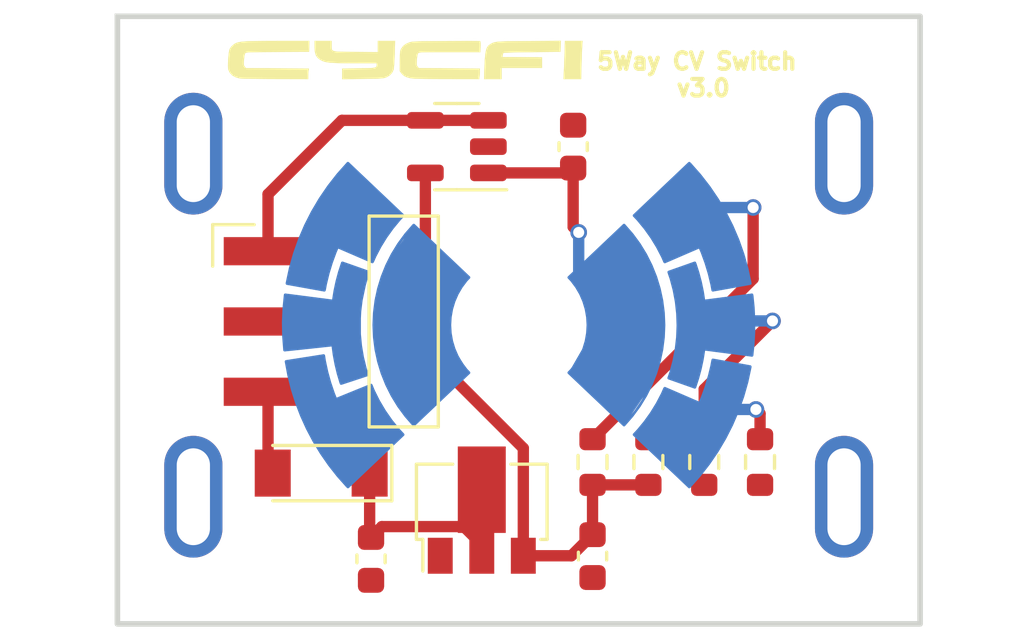
<source format=kicad_pcb>
(kicad_pcb (version 20211014) (generator pcbnew)
  (layers (0 "F.Cu" signal) (31 "B.Cu" signal) (34 "B.Paste" user) (35 "F.Paste" user) (36 "B.SilkS" user "B.Silkscreen") (37 "F.SilkS" user "F.Silkscreen") (38 "B.Mask" user) (39 "F.Mask" user) (44 "Edge.Cuts" user))
  (net 0 "")
  (net 1 "common")
  (net 2 "GND")
  (net 3 "5v")
  (net 4 "V+")
  (net 5 "neck")
  (net 6 "middle")
  (net 7 "bridge")
  (net 8 "Net-(C1-Pad1)")
  (net 9 "OUT")
  (footprint "Package_TO_SOT_SMD:SOT-23-5" (layer "F.Cu") (at 147.5 43.3 180)
    (fp_text reference "U2" hide)
    (fp_text value "opamp_dbv2")
    (fp_line (start 0 -1.56) (end -1.8 -1.56) (layer "F.SilkS") (width 0.12))
    (fp_line (start 0 -1.56) (end 0.8 -1.56) (layer "F.SilkS") (width 0.12))
    (fp_line (start 0 1.56) (end 0.8 1.56) (layer "F.SilkS") (width 0.12))
    (fp_line (start 0 1.56) (end -0.8 1.56) (layer "F.SilkS") (width 0.12))
    (pad "1" smd roundrect (at -1.1375 -0.95 180) (size 1.325 0.6) (layers "F.Cu" "F.Paste" "F.Mask") (net 1 "common"))
    (pad "2" smd roundrect (at -1.1375 0 180) (size 1.325 0.6) (layers "F.Cu" "F.Paste" "F.Mask") (net 2 "GND"))
    (pad "3" smd roundrect (at -1.1375 0.95 180) (size 1.325 0.6) (layers "F.Cu" "F.Paste" "F.Mask") (net 9 "OUT"))
    (pad "4" smd roundrect (at 1.1375 0.95 180) (size 1.325 0.6) (layers "F.Cu" "F.Paste" "F.Mask") (net 9 "OUT"))
    (pad "5" smd roundrect (at 1.1375 -0.95 180) (size 1.325 0.6) (layers "F.Cu" "F.Paste" "F.Mask") (net 3 "5v"))
  )
  (footprint "Resistor_SMD:R_0603_1608Metric" (layer "F.Cu") (at 154.416666 54.7 90)
    (fp_text reference "R1" hide)
    (fp_text value "30k")
    (fp_line (start -0.237258 -0.5225) (end 0.237258 -0.5225) (layer "F.SilkS") (width 0.12))
    (fp_line (start -0.237258 0.5225) (end 0.237258 0.5225) (layer "F.SilkS") (width 0.12))
    (pad "1" smd roundrect (at -0.825 0 90) (size 0.8 0.95) (layers "F.Cu" "F.Paste" "F.Mask") (net 3 "5v"))
    (pad "2" smd roundrect (at 0.825 0 90) (size 0.8 0.95) (layers "F.Cu" "F.Paste" "F.Mask") (net 6 "middle"))
  )
  (footprint "Resistor_SMD:R_0603_1608Metric" (layer "F.Cu") (at 158.45 54.7 -90)
    (fp_text reference "R4" hide)
    (fp_text value "15k")
    (fp_line (start -0.237258 -0.5225) (end 0.237258 -0.5225) (layer "F.SilkS") (width 0.12))
    (fp_line (start -0.237258 0.5225) (end 0.237258 0.5225) (layer "F.SilkS") (width 0.12))
    (pad "1" smd roundrect (at -0.825 0 270) (size 0.8 0.95) (layers "F.Cu" "F.Paste" "F.Mask") (net 7 "bridge"))
    (pad "2" smd roundrect (at 0.825 0 270) (size 0.8 0.95) (layers "F.Cu" "F.Paste" "F.Mask") (net 2 "GND"))
  )
  (footprint "Resistor_SMD:R_0603_1608Metric" (layer "F.Cu") (at 156.433332 54.7 -90)
    (fp_text reference "R2" hide)
    (fp_text value "30k")
    (fp_line (start -0.237258 -0.5225) (end 0.237258 -0.5225) (layer "F.SilkS") (width 0.12))
    (fp_line (start -0.237258 0.5225) (end 0.237258 0.5225) (layer "F.SilkS") (width 0.12))
    (pad "1" smd roundrect (at -0.825 0 270) (size 0.8 0.95) (layers "F.Cu" "F.Paste" "F.Mask") (net 6 "middle"))
    (pad "2" smd roundrect (at 0.825 0 270) (size 0.8 0.95) (layers "F.Cu" "F.Paste" "F.Mask") (net 2 "GND"))
  )
  (footprint "cycfi_library:cycfi-logo-12mm" (layer "F.Cu") (at 145.6 40.2)
    (fp_text reference "G***" hide)
    (fp_text value "LOGO" hide)
    (fp_poly (pts (xy 5.647022 -0.525349) (xy 5.640917 -0.328083) (xy 4.620668 -0.3175) (xy 4.373222 -0.314499) (xy 4.155546 -0.310966) (xy 3.969629 -0.306961) (xy 3.817462 -0.302545) (xy 3.701035 -0.297778) (xy 3.622339 -0.292722) (xy 3.583365 -0.287438) (xy 3.579647 -0.28575) (xy 3.562517 -0.250644) (xy 3.552145 -0.201083) (xy 3.545417 -0.137583) (xy 4.974167 -0.126437) (xy 4.974167 0.254) (xy 3.513667 0.254) (xy 3.513667 0.656167) (xy 2.884029 0.656167) (xy 2.893366 0.365125) (xy 2.901406 0.147314) (xy 2.910825 -0.032472) (xy 2.922507 -0.17854) (xy 2.937334 -0.295194) (xy 2.956186 -0.386742) (xy 2.979947 -0.457489) (xy 3.009498 -0.51174) (xy 3.045721 -0.553801) (xy 3.088463 -0.587291) (xy 3.126564 -0.612116) (xy 3.162878 -0.633239) (xy 3.201054 -0.650986) (xy 3.244737 -0.665683) (xy 3.297576 -0.677656) (xy 3.363218 -0.687231) (xy 3.445308 -0.694733) (xy 3.547496 -0.700487) (xy 3.673428 -0.70482) (xy 3.82675 -0.708057) (xy 4.011111 -0.710524) (xy 4.230158 -0.712546) (xy 4.487537 -0.714449) (xy 4.514606 -0.714639) (xy 5.653128 -0.722613) (xy 5.647022 -0.525349)) (layer "F.SilkS") (width 0.01) (fill solid))
    (fp_poly (pts (xy -3.433497 -0.523875) (xy -3.439583 -0.328083) (xy -4.574176 -0.322609) (xy -4.823285 -0.321327) (xy -5.03347 -0.320001) (xy -5.208141 -0.318508) (xy -5.350708 -0.316723) (xy -5.46458 -0.314524) (xy -5.553168 -0.311786) (xy -5.61988 -0.308387) (xy -5.668126 -0.304202) (xy -5.701317 -0.299108) (xy -5.722861 -0.292981) (xy -5.736168 -0.285698) (xy -5.742025 -0.280276) (xy -5.762828 -0.235783) (xy -5.778991 -0.152616) (xy -5.789938 -0.042333) (xy -5.796037 0.053263) (xy -5.79682 0.116947) (xy -5.791149 0.158934) (xy -5.777888 0.18944) (xy -5.761682 0.211667) (xy -5.718769 0.264584) (xy -4.58194 0.271367) (xy -3.445112 0.278151) (xy -3.45799 0.356034) (xy -3.465768 0.425199) (xy -3.470481 0.50958) (xy -3.4711 0.545042) (xy -3.471333 0.656167) (xy -4.651375 0.653692) (xy -4.874741 0.652897) (xy -5.088305 0.65151) (xy -5.287778 0.649601) (xy -5.46887 0.64724) (xy -5.62729 0.644496) (xy -5.758751 0.641441) (xy -5.858961 0.638144) (xy -5.92363 0.634675) (xy -5.943241 0.632599) (xy -6.091356 0.591407) (xy -6.211051 0.523044) (xy -6.299432 0.429729) (xy -6.352026 0.319085) (xy -6.360918 0.260719) (xy -6.364185 0.172024) (xy -6.362512 0.063127) (xy -6.356581 -0.055848) (xy -6.347076 -0.174775) (xy -6.334681 -0.283528) (xy -6.320079 -0.371982) (xy -6.303955 -0.430012) (xy -6.301019 -0.436303) (xy -6.233427 -0.528814) (xy -6.14091 -0.606798) (xy -6.074602 -0.64263) (xy -6.030154 -0.658778) (xy -5.977749 -0.672584) (xy -5.913992 -0.684218) (xy -5.835494 -0.693851) (xy -5.738861 -0.701656) (xy -5.620701 -0.707802) (xy -5.477623 -0.712462) (xy -5.306233 -0.715807) (xy -5.103142 -0.718008) (xy -4.864955 -0.719235) (xy -4.588281 -0.719661) (xy -4.548507 -0.719666) (xy -3.427411 -0.719666) (xy -3.433497 -0.523875)) (layer "F.SilkS") (width 0.01) (fill solid))
    (fp_poly (pts (xy 6.427196 -0.555625) (xy 6.422937 -0.487314) (xy 6.418036 -0.385011) (xy 6.412818 -0.257049) (xy 6.40761 -0.111758) (xy 6.40274 0.042531) (xy 6.400214 0.132292) (xy 6.38617 0.656167) (xy 5.751894 0.656167) (xy 5.764853 0.407459) (xy 5.769694 0.305374) (xy 5.775268 0.172888) (xy 5.781114 0.021915) (xy 5.786769 -0.135631) (xy 5.791541 -0.280458) (xy 5.805271 -0.719666) (xy 6.440133 -0.719666) (xy 6.427196 -0.555625)) (layer "F.SilkS") (width 0.01) (fill solid))
    (fp_poly (pts (xy -2.624666 -0.564197) (xy -2.625263 -0.506358) (xy -2.624542 -0.458817) (xy -2.618735 -0.420537) (xy -2.604073 -0.390483) (xy -2.57679 -0.367618) (xy -2.533117 -0.350906) (xy -2.469286 -0.339312) (xy -2.381529 -0.331799) (xy -2.266079 -0.32733) (xy -2.119167 -0.324871) (xy -1.937025 -0.323385) (xy -1.744052 -0.322055) (xy -0.9525 -0.316027) (xy -0.9525 -0.719666) (xy -0.332129 -0.719666) (xy -0.347027 -0.248708) (xy -0.352474 -0.105526) (xy -0.359294 0.028892) (xy -0.366963 0.146846) (xy -0.374957 0.24064) (xy -0.382753 0.302574) (xy -0.385404 0.315567) (xy -0.431879 0.418739) (xy -0.512013 0.509534) (xy -0.617327 0.579636) (xy -0.681458 0.605888) (xy -0.717996 0.616114) (xy -0.762052 0.62449) (xy -0.818388 0.631272) (xy -0.891761 0.636716) (xy -0.986931 0.641081) (xy -1.108656 0.644623) (xy -1.261696 0.647598) (xy -1.450809 0.650264) (xy -1.518708 0.651082) (xy -2.243666 0.659555) (xy -2.243666 0.278655) (xy -1.654219 0.271619) (xy -1.469956 0.269181) (xy -1.323652 0.266196) (xy -1.210932 0.261828) (xy -1.127425 0.255241) (xy -1.068755 0.245599) (xy -1.030549 0.232065) (xy -1.008433 0.213805) (xy -0.998034 0.189981) (xy -0.994979 0.159759) (xy -0.994833 0.145575) (xy -0.994833 0.084667) (xy -1.772708 0.084013) (xy -2.015639 0.083284) (xy -2.220426 0.081341) (xy -2.391245 0.077887) (xy -2.532276 0.072621) (xy -2.647698 0.065248) (xy -2.741688 0.055469) (xy -2.818425 0.042985) (xy -2.882087 0.027499) (xy -2.936853 0.008712) (xy -2.959072 -0.000616) (xy -3.065769 -0.058164) (xy -3.143268 -0.126926) (xy -3.195253 -0.213675) (xy -3.22541 -0.325181) (xy -3.237424 -0.468217) (xy -3.238035 -0.513291) (xy -3.2385 -0.719666) (xy -2.624666 -0.719666) (xy -2.624666 -0.564197)) (layer "F.SilkS") (width 0.01) (fill solid))
    (fp_poly (pts (xy 2.458289 -0.717293) (xy 2.579643 -0.716703) (xy 2.669247 -0.715753) (xy 2.723241 -0.714444) (xy 2.738007 -0.713246) (xy 2.750615 -0.688425) (xy 2.756507 -0.625109) (xy 2.755822 -0.521694) (xy 2.755456 -0.510748) (xy 2.748662 -0.3175) (xy 1.642195 -0.3175) (xy 1.396808 -0.317428) (xy 1.190284 -0.317135) (xy 1.019152 -0.316507) (xy 0.879941 -0.315427) (xy 0.76918 -0.31378) (xy 0.6834 -0.311452) (xy 0.619129 -0.308326) (xy 0.572897 -0.304288) (xy 0.541233 -0.299223) (xy 0.520666 -0.293014) (xy 0.507727 -0.285548) (xy 0.501437 -0.279609) (xy 0.480977 -0.238706) (xy 0.465454 -0.164463) (xy 0.454005 -0.052619) (xy 0.453209 -0.041484) (xy 0.447454 0.053968) (xy 0.446959 0.117538) (xy 0.452902 0.15948) (xy 0.466464 0.190049) (xy 0.482335 0.211667) (xy 0.525398 0.264584) (xy 2.7305 0.2782) (xy 2.7305 0.368979) (xy 2.727317 0.450662) (xy 2.719428 0.539093) (xy 2.71704 0.557963) (xy 2.703579 0.656167) (xy 1.526415 0.654484) (xy 1.251761 0.653839) (xy 1.016478 0.652705) (xy 0.817604 0.651012) (xy 0.652178 0.648694) (xy 0.51724 0.645682) (xy 0.409827 0.64191) (xy 0.32698 0.637308) (xy 0.265738 0.63181) (xy 0.223138 0.625347) (xy 0.219468 0.624575) (xy 0.098793 0.592132) (xy 0.009362 0.551688) (xy -0.059866 0.497244) (xy -0.099447 0.451258) (xy -0.15875 0.373305) (xy -0.157507 0.012028) (xy -0.156612 -0.12237) (xy -0.15446 -0.221985) (xy -0.150256 -0.294363) (xy -0.143203 -0.347051) (xy -0.132506 -0.387597) (xy -0.11737 -0.423547) (xy -0.110077 -0.437982) (xy -0.03867 -0.537444) (xy 0.06206 -0.613809) (xy 0.1905 -0.668872) (xy 0.218662 -0.677053) (xy 0.251395 -0.684041) (xy 0.292246 -0.689957) (xy 0.344758 -0.694926) (xy 0.412477 -0.699069) (xy 0.498947 -0.70251) (xy 0.607713 -0.705372) (xy 0.74232 -0.707778) (xy 0.906311 -0.70985) (xy 1.103233 -0.711713) (xy 1.336629 -0.713487) (xy 1.510341 -0.714657) (xy 1.732554 -0.715943) (xy 1.942316 -0.716846) (xy 2.135765 -0.717368) (xy 2.309043 -0.717516) (xy 2.458289 -0.717293)) (layer "F.SilkS") (width 0.01) (fill solid))
  )
  (footprint "Package_TO_SOT_SMD:SOT-89-3" (layer "F.Cu") (at 148.4 56.4375 90)
    (fp_text reference "U1" hide)
    (fp_text value "HT7550-1")
    (fp_line (start 1.66 1.05) (end 1.66 2.36) (layer "F.SilkS") (width 0.12))
    (fp_line (start -2.2 -2.13) (end -1.06 -2.13) (layer "F.SilkS") (width 0.12))
    (fp_line (start -1.06 2.36) (end -1.06 2.13) (layer "F.SilkS") (width 0.12))
    (fp_line (start -1.06 -2.36) (end 1.66 -2.36) (layer "F.SilkS") (width 0.12))
    (fp_line (start -1.06 -2.36) (end -1.06 -2.13) (layer "F.SilkS") (width 0.12))
    (fp_line (start 1.66 2.36) (end -1.06 2.36) (layer "F.SilkS") (width 0.12))
    (fp_line (start 1.66 -2.36) (end 1.66 -1.05) (layer "F.SilkS") (width 0.12))
    (pad "1" smd rect (at -1.65 -1.5 90) (size 1.3 0.9) (layers "F.Cu" "F.Paste" "F.Mask") (net 2 "GND"))
    (pad "2" smd custom (at -1.5625 0 90) (size 1.475 0.9) (layers "F.Cu" "F.Paste" "F.Mask") (net 8 "Net-(C1-Pad1)") (options (clearance outline) (anchor rect)) (primitives (gr_poly (pts (xy 3.8625 0.8665) (xy 0.7375 0.8665) (xy 0.7375 -0.8665) (xy 3.8625 -0.8665)) (width 0) (fill yes))))
    (pad "3" smd rect (at -1.65 1.5 90) (size 1.3 0.9) (layers "F.Cu" "F.Paste" "F.Mask") (net 3 "5v"))
  )
  (footprint "Capacitor_SMD:C_0603_1608Metric" (layer "F.Cu") (at 151.7 43.3 90)
    (fp_text reference "C3" hide)
    (fp_text value "10uF")
    (fp_line (start -0.14058 0.51) (end 0.14058 0.51) (layer "F.SilkS") (width 0.12))
    (fp_line (start -0.14058 -0.51) (end 0.14058 -0.51) (layer "F.SilkS") (width 0.12))
    (pad "1" smd roundrect (at -0.775 0 90) (size 0.9 0.95) (layers "F.Cu" "F.Paste" "F.Mask") (net 1 "common"))
    (pad "2" smd roundrect (at 0.775 0 90) (size 0.9 0.95) (layers "F.Cu" "F.Paste" "F.Mask") (net 2 "GND"))
  )
  (footprint "cycfi_library:cond_hole_rect_1.2x3.5mm" (layer "F.Cu") (at 137.983 43.554)
    (fp_text reference "H3" hide)
    (fp_text value "single_pad" hide)
    (pad "1" thru_hole oval (at 0 0) (size 2.1 4.4) (drill oval 1.2 3.5) (layers *.Cu *.Mask) (net 2 "GND"))
  )
  (footprint "Capacitor_SMD:C_0603_1608Metric" (layer "F.Cu") (at 152.4 58.1 -90)
    (fp_text reference "C2" hide)
    (fp_text value "10uF")
    (fp_line (start -0.14058 -0.51) (end 0.14058 -0.51) (layer "F.SilkS") (width 0.12))
    (fp_line (start -0.14058 0.51) (end 0.14058 0.51) (layer "F.SilkS") (width 0.12))
    (pad "1" smd roundrect (at -0.775 0 270) (size 0.9 0.95) (layers "F.Cu" "F.Paste" "F.Mask") (net 3 "5v"))
    (pad "2" smd roundrect (at 0.775 0 270) (size 0.9 0.95) (layers "F.Cu" "F.Paste" "F.Mask") (net 2 "GND"))
  )
  (footprint "cycfi_library:cond_hole_rect_1.2x3.5mm" (layer "F.Cu") (at 161.483 55.954)
    (fp_text reference "H2" hide)
    (fp_text value "single_pad" hide)
    (pad "1" thru_hole oval (at 0 0) (size 2.1 4.4) (drill oval 1.2 3.5) (layers *.Cu *.Mask) (net 2 "GND"))
  )
  (footprint "Capacitor_SMD:C_0603_1608Metric" (layer "F.Cu") (at 144.4 58.2 -90)
    (fp_text reference "C1" hide)
    (fp_text value "10uF")
    (fp_line (start -0.14058 -0.51) (end 0.14058 -0.51) (layer "F.SilkS") (width 0.12))
    (fp_line (start -0.14058 0.51) (end 0.14058 0.51) (layer "F.SilkS") (width 0.12))
    (pad "1" smd roundrect (at -0.775 0 270) (size 0.9 0.95) (layers "F.Cu" "F.Paste" "F.Mask") (net 8 "Net-(C1-Pad1)"))
    (pad "2" smd roundrect (at 0.775 0 270) (size 0.9 0.95) (layers "F.Cu" "F.Paste" "F.Mask") (net 2 "GND"))
  )
  (footprint "cycfi_library:cond_hole_rect_1.2x3.5mm" (layer "F.Cu") (at 137.983 55.954)
    (fp_text reference "H1" hide)
    (fp_text value "single_pad" hide)
    (pad "1" thru_hole oval (at 0 0) (size 2.1 4.4) (drill oval 1.2 3.5) (layers *.Cu *.Mask) (net 2 "GND"))
  )
  (footprint "cycfi_library:pin_header_1x3p_2.54mm_smd_horizontal" (layer "F.Cu") (at 140.68 47.08)
    (fp_text reference "J1" hide)
    (fp_text value "I/O connector")
    (fp_line (start 6.15 -1.27) (end 6.15 6.35) (layer "F.SilkS") (width 0.12))
    (fp_line (start 3.65 -1.27) (end 6.15 -1.27) (layer "F.SilkS") (width 0.12))
    (fp_line (start 3.65 -1.27) (end 3.65 6.35) (layer "F.SilkS") (width 0.12))
    (fp_line (start -2 0.54) (end -2 -0.96) (layer "F.SilkS") (width 0.12))
    (fp_line (start -2 -0.96) (end -0.5 -0.96) (layer "F.SilkS") (width 0.12))
    (fp_line (start 3.65 6.35) (end 6.15 6.35) (layer "F.SilkS") (width 0.12))
    (pad "1" smd rect (at 0 0) (size 3.2 1.02) (layers "F.Cu" "F.Paste" "F.Mask") (net 9 "OUT"))
    (pad "2" smd rect (at 0 2.54) (size 3.2 1.02) (layers "F.Cu" "F.Paste" "F.Mask") (net 2 "GND"))
    (pad "3" smd rect (at 0 5.08) (size 3.2 1.02) (layers "F.Cu" "F.Paste" "F.Mask") (net 4 "V+"))
  )
  (footprint "cycfi_library:hole_2.65mm" (layer "F.Cu") (at 149.733 49.754)
    (fp_text reference "REF**" hide)
    (fp_text value "hole_2.65mm")
    (pad "" np_thru_hole circle (at 0 0) (size 2.65 2.65) (drill 2.65) (layers F&B.Cu *.Mask))
  )
  (footprint "Resistor_SMD:R_0603_1608Metric" (layer "F.Cu") (at 152.4 54.7 90)
    (fp_text reference "R3" hide)
    (fp_text value "15k")
    (fp_line (start -0.237258 -0.5225) (end 0.237258 -0.5225) (layer "F.SilkS") (width 0.12))
    (fp_line (start -0.237258 0.5225) (end 0.237258 0.5225) (layer "F.SilkS") (width 0.12))
    (pad "1" smd roundrect (at -0.825 0 90) (size 0.8 0.95) (layers "F.Cu" "F.Paste" "F.Mask") (net 3 "5v"))
    (pad "2" smd roundrect (at 0.825 0 90) (size 0.8 0.95) (layers "F.Cu" "F.Paste" "F.Mask") (net 5 "neck"))
  )
  (footprint "Diode_SMD:D_MiniMELF" (layer "F.Cu") (at 142.6 55.1 180)
    (fp_text reference "D1" hide)
    (fp_text value "LL4148")
    (fp_line (start 1.75 -1) (end -2.55 -1) (layer "F.SilkS") (width 0.12))
    (fp_line (start -2.55 -1) (end -2.55 1) (layer "F.SilkS") (width 0.12))
    (fp_line (start -2.55 1) (end 1.75 1) (layer "F.SilkS") (width 0.12))
    (pad "1" smd rect (at -1.75 0 180) (size 1.3 1.7) (layers "F.Cu" "F.Paste" "F.Mask") (net 8 "Net-(C1-Pad1)"))
    (pad "2" smd rect (at 1.75 0 180) (size 1.3 1.7) (layers "F.Cu" "F.Paste" "F.Mask") (net 4 "V+"))
  )
  (footprint "cycfi_library:cond_hole_rect_1.2x3.5mm" (layer "F.Cu") (at 161.483 43.554)
    (fp_text reference "H4" hide)
    (fp_text value "single_pad" hide)
    (pad "1" thru_hole oval (at 0 0) (size 2.1 4.4) (drill oval 1.2 3.5) (layers *.Cu *.Mask) (net 2 "GND"))
  )
  (footprint "connect_library:5way_switch" (layer "B.Cu") (at 149.73 49.75 180)
    (fp_text reference "J2" hide)
    (fp_text value "5-way Switch Connector")
    (pad "1" smd custom (at -6 3.8 180) (size 1.524 1.524) (layers "B.Cu") (net 5 "neck") (options (clearance outline) (anchor circle)) (primitives (gr_poly (pts (xy -1.143 0.381) (xy -1.127121 0.489847) (xy -1.072178 0.602248) (xy -0.983789 0.690791) (xy -0.871484 0.74593) (xy -0.762 0.762) (xy 0.762 0.762) (xy 0.870847 0.746121) (xy 0.983248 0.691178) (xy 1.071791 0.602789) (xy 1.12693 0.490484) (xy 1.143 0.381) (xy 1.143 -0.381) (xy 1.127121 -0.489847) (xy 1.072178 -0.602248) (xy 0.983789 -0.690791) (xy 0.871484 -0.74593) (xy 0.762 -0.762) (xy -0.762 -0.762) (xy -0.870847 -0.746121) (xy -0.983248 -0.691178) (xy -1.071791 -0.602789) (xy -1.12693 -0.490484) (xy -1.143 -0.381)) (width 0) (fill yes)) (gr_poly (pts (xy 1.829527 0.158491) (xy 1.202329 -0.630638) (xy 0.722578 -1.51717) (xy -0.556876 -0.966008) (xy -1.030212 -2.534989) (xy -2.366089 -2.297148) (xy -1.84 -0.53) (xy -1.06 0.95) (xy -0.165048 2.051683)) (width 0.01) (fill yes)) (gr_line (start -0.165048 2.051683) (end 1.829527 0.158491) (width 0.1)) (gr_line (start 0.722578 -1.51717) (end -0.539415 -0.971276) (width 0.1)) (gr_line (start -1.012751 -2.540257) (end -2.366089 -2.297148) (width 0.1)) (gr_arc (start -0.54434 -0.98269) (mid -0.823109 -1.748072) (end -1.012751 -2.540257) (width 0.1)) (gr_arc (start -0.18544 2.030115) (mid -1.59044 0.025059) (end -2.366089 -2.297148) (width 0.1)) (gr_arc (start 1.829511 0.158474) (mid 1.202376 -0.630683) (end 0.722578 -1.51717) (width 0.1))))
    (pad "2" smd custom (at -6.9 0 180) (size 1.524 1.524) (layers "B.Cu") (net 6 "middle") (options (clearance outline) (anchor circle)) (primitives (gr_poly (pts (xy -1.143 0.381) (xy -1.127121 0.489847) (xy -1.072178 0.602248) (xy -0.983789 0.690791) (xy -0.871484 0.74593) (xy -0.762 0.762) (xy 0.762 0.762) (xy 0.870847 0.746121) (xy 0.983248 0.691178) (xy 1.071791 0.602789) (xy 1.12693 0.490484) (xy 1.143 0.381) (xy 1.143 -0.381) (xy 1.127121 -0.489847) (xy 1.072178 -0.602248) (xy 0.983789 -0.690791) (xy 0.871484 -0.74593) (xy 0.762 -0.762) (xy -0.762 -0.762) (xy -0.870847 -0.746121) (xy -0.983248 -0.691178) (xy -1.071791 -0.602789) (xy -1.12693 -0.490484) (xy -1.143 -0.381)) (width 0) (fill yes)) (gr_arc (start 1.468521 1.887188) (mid 1.150193 -0.015059) (end 1.478475 -1.915614) (width 0.1)) (gr_line (start 1.478475 -1.915614) (end 0.535602 -2.248764) (width 0.1)) (gr_line (start 0.535602 2.248763) (end 1.478475 1.915613) (width 0.1)) (gr_arc (start 0.210716 -0.903391) (mid 0.338493 -1.584449) (end 0.535602 -2.248764) (width 0.1)) (gr_line (start 0.206103 -0.868475) (end -1.529351 -1.093636) (width 0.1)) (gr_arc (start -1.533117 1.064237) (mid -1.60006 -0.01482) (end -1.529351 -1.093636) (width 0.1)) (gr_line (start -1.529351 1.093635) (end 0.206103 0.868475) (width 0.1)) (gr_arc (start 0.527809 2.226602) (mid 0.331665 1.555898) (end 0.206103 0.868475) (width 0.1)) (gr_poly (pts (xy 1.478475 1.915613) (xy 1.2 0.8) (xy 1.15 -0.3) (xy 1.3 -1.2) (xy 1.478475 -1.915614) (xy 0.535602 -2.248764) (xy 0.206103 -0.868475) (xy -1.529351 -1.093636) (xy -1.6 -0.000001) (xy -1.529351 1.093635) (xy 0.206103 0.868475) (xy 0.535602 2.248763)) (width 0.01) (fill yes))))
    (pad "3" smd custom (at -6.1 -3.8 180) (size 1.524 1.524) (layers "B.Cu") (net 7 "bridge") (options (clearance outline) (anchor circle)) (primitives (gr_poly (pts (xy -1.143 0.381) (xy -1.127121 0.489847) (xy -1.072178 0.602248) (xy -0.983789 0.690791) (xy -0.871484 0.74593) (xy -0.762 0.762) (xy 0.762 0.762) (xy 0.870847 0.746121) (xy 0.983248 0.691178) (xy 1.071791 0.602789) (xy 1.12693 0.490484) (xy 1.143 0.381) (xy 1.143 -0.381) (xy 1.127121 -0.489847) (xy 1.072178 -0.602248) (xy 0.983789 -0.690791) (xy 0.871484 -0.74593) (xy 0.762 -0.762) (xy -0.762 -0.762) (xy -0.870847 -0.746121) (xy -0.983248 -0.691178) (xy -1.071791 -0.602789) (xy -1.12693 -0.490484) (xy -1.143 -0.381)) (width 0) (fill yes)) (gr_poly (pts (xy -0.439415 0.971275) (xy 0.822578 1.517169) (xy 1.302329 0.630637) (xy 1.929527 -0.158491) (xy -0.065048 -2.051683) (xy -1.1 -0.7) (xy -1.8 0.7) (xy -2.266089 2.297148) (xy -0.912751 2.540256)) (width 0.01) (fill yes)) (gr_line (start -0.439415 0.971275) (end 0.822578 1.517169) (width 0.1)) (gr_line (start 1.929527 -0.158491) (end -0.065048 -2.051683) (width 0.1)) (gr_line (start -2.266089 2.297148) (end -0.912751 2.540256) (width 0.1)) (gr_arc (start -0.90831 2.515788) (mid -0.717714 1.730219) (end -0.439415 0.971275) (width 0.1)) (gr_arc (start -2.263448 2.282536) (mid -1.480395 -0.044929) (end -0.065048 -2.051683) (width 0.1)) (gr_arc (start 0.830582 1.498761) (mid 1.307924 0.622304) (end 1.929527 -0.158491) (width 0.1))))
    (pad "4" smd custom (at -3.8 0 180) (size 1.524 1.524) (layers "B.Cu") (net 1 "common") (options (clearance outline) (anchor circle)) (primitives (gr_poly (pts (xy -1.143 0.381) (xy -1.127121 0.489847) (xy -1.072178 0.602248) (xy -0.983789 0.690791) (xy -0.871484 0.74593) (xy -0.762 0.762) (xy 0.762 0.762) (xy 0.870847 0.746121) (xy 0.983248 0.691178) (xy 1.071791 0.602789) (xy 1.12693 0.490484) (xy 1.143 0.381) (xy 1.143 -0.381) (xy 1.127121 -0.489847) (xy 1.072178 -0.602248) (xy 0.983789 -0.690791) (xy 0.871484 -0.74593) (xy 0.762 -0.762) (xy -0.762 -0.762) (xy -0.870847 -0.746121) (xy -0.983248 -0.691178) (xy -1.071791 -0.602789) (xy -1.12693 -0.490484) (xy -1.143 -0.381)) (width 0) (fill yes)) (gr_poly (pts (xy 1.986751 1.721083) (xy 1.5 1.1) (xy 1.3 0.3) (xy 1.4 -0.7) (xy 1.986751 -1.721083) (xy -0.007824 -3.614275) (xy -0.9 -2.3) (xy -1.3 -1.3) (xy -1.45 -0.000001) (xy -1.3 1.4) (xy -0.8 2.6) (xy -0.007824 3.614274)) (width 0.01) (fill yes)) (gr_line (start -0.007824 3.614274) (end 1.986751 1.721083) (width 0.1)) (gr_line (start 1.986751 -1.721083) (end -0.007824 -3.614275) (width 0.1)) (gr_arc (start -0.007827 3.61427) (mid -1.449774 -0.000003) (end -0.007824 -3.614275) (width 0.1)) (gr_arc (start 1.986749 1.721081) (mid 1.300108 -0.000001) (end 1.986751 -1.721083) (width 0.1))))
    (pad "5" smd custom (at 5.9 -3.9 180) (size 1.524 1.524) (layers "B.Cu") (options (clearance outline) (anchor circle)) (primitives (gr_poly (pts (xy -1.143 0.381) (xy -1.127121 0.489847) (xy -1.072178 0.602248) (xy -0.983789 0.690791) (xy -0.871484 0.74593) (xy -0.762 0.762) (xy 0.762 0.762) (xy 0.870847 0.746121) (xy 0.983248 0.691178) (xy 1.071791 0.602789) (xy 1.12693 0.490484) (xy 1.143 0.381) (xy 1.143 -0.381) (xy 1.127121 -0.489847) (xy 1.072178 -0.602248) (xy 0.983789 -0.690791) (xy 0.871484 -0.74593) (xy 0.762 -0.762) (xy -0.762 -0.762) (xy -0.870847 -0.746121) (xy -0.983248 -0.691178) (xy -1.071791 -0.602789) (xy -1.12693 -0.490484) (xy -1.143 -0.381)) (width 0) (fill yes)) (gr_poly (pts (xy 2.497646 2.584881) (xy 2.2 1.2) (xy 1.6 -0.1) (xy 0.9 -1.2) (xy 0.265047 -1.951683) (xy -1.729527 -0.058491) (xy -1.068548 0.782377) (xy -0.574737 1.731114) (xy 0.698696 1.212467) (xy 0.964856 1.992287) (xy 1.139203 2.797621)) (width 0.01) (fill yes)) (gr_line (start -0.574737 1.731114) (end 0.698696 1.212467) (width 0.1)) (gr_line (start 1.139203 2.797621) (end 2.497646 2.584881) (width 0.1)) (gr_line (start 0.265047 -1.951683) (end -1.729527 -0.058491) (width 0.1)) (gr_arc (start 0.285433 -1.930128) (mid 1.732955 0.160094) (end 2.497646 2.584881) (width 0.1)) (gr_arc (start 0.712637 1.246919) (mid 0.969948 2.010159) (end 1.139203 2.797621) (width 0.1)) (gr_arc (start -1.715715 -0.043877) (mid -1.063286 0.790947) (end -0.574737 1.731114) (width 0.1))))
    (pad "6" smd custom (at 7.3 0.1 180) (size 1.524 1.524) (layers "B.Cu") (options (clearance outline) (anchor circle)) (primitives (gr_poly (pts (xy -1.143 0.381) (xy -1.127121 0.489847) (xy -1.072178 0.602248) (xy -0.983789 0.690791) (xy -0.871484 0.74593) (xy -0.762 0.762) (xy 0.762 0.762) (xy 0.870847 0.746121) (xy 0.983248 0.691178) (xy 1.071791 0.602789) (xy 1.12693 0.490484) (xy 1.143 0.381) (xy 1.143 -0.381) (xy 1.127121 -0.489847) (xy 1.072178 -0.602248) (xy 0.983789 -0.690791) (xy 0.871484 -0.74593) (xy 0.762 -0.762) (xy -0.762 -0.762) (xy -0.870847 -0.746121) (xy -0.983248 -0.691178) (xy -1.071791 -0.602789) (xy -1.12693 -0.490484) (xy -1.143 -0.381)) (width 0) (fill yes)) (gr_line (start -0.606104 0.768475) (end 1.129351 0.993635) (width 0.1)) (gr_arc (start -0.607622 0.780122) (mid -0.735748 1.473037) (end -0.935602 2.148763) (width 0.1)) (gr_line (start -1.878476 1.815613) (end -0.935602 2.148763) (width 0.1)) (gr_arc (start -1.82922 -1.870054) (mid -1.550421 -0.023165) (end -1.878476 1.815613) (width 0.1)) (gr_line (start -0.888744 -2.211467) (end -1.83856 -1.898657) (width 0.1)) (gr_arc (start 1.151731 -1.004571) (mid 1.199461 -0.004808) (end 1.129351 0.993635) (width 0.1)) (gr_line (start 1.151729 -1.004589) (end -0.588333 -0.81835) (width 0.1)) (gr_arc (start -0.881411 -2.189057) (mid -0.699254 -1.511319) (end -0.588333 -0.81835) (width 0.1)) (gr_poly (pts (xy -0.606104 0.768475) (xy 1.129351 0.993635) (xy 1.2 0.1) (xy 1.151729 -1.004589) (xy -0.588333 -0.81835) (xy -0.888744 -2.211467) (xy -1.83856 -1.898657) (xy -1.6 -0.9) (xy -1.6 0.5) (xy -1.878476 1.815613) (xy -0.935602 2.148763)) (width 0.01) (fill yes))))
    (pad "7" smd custom (at 6 3.9 180) (size 1.524 1.524) (layers "B.Cu") (options (clearance outline) (anchor circle)) (primitives (gr_poly (pts (xy -1.143 0.381) (xy -1.127121 0.489847) (xy -1.072178 0.602248) (xy -0.983789 0.690791) (xy -0.871484 0.74593) (xy -0.762 0.762) (xy 0.762 0.762) (xy 0.870847 0.746121) (xy 0.983248 0.691178) (xy 1.071791 0.602789) (xy 1.12693 0.490484) (xy 1.143 0.381) (xy 1.143 -0.381) (xy 1.127121 -0.489847) (xy 1.072178 -0.602248) (xy 0.983789 -0.690791) (xy 0.871484 -0.74593) (xy 0.762 -0.762) (xy -0.762 -0.762) (xy -0.870847 -0.746121) (xy -0.983248 -0.691178) (xy -1.071791 -0.602789) (xy -1.12693 -0.490484) (xy -1.143 -0.381)) (width 0) (fill yes)) (gr_poly (pts (xy 0.7 1.3) (xy 1.2 0.6) (xy 1.7 -0.2) (xy 2.1 -1.2) (xy 2.366088 -2.397148) (xy 1.01275 -2.640257) (xy 0.821343 -1.842112) (xy 0.539414 -1.071276) (xy -0.722578 -1.61717) (xy -1.20233 -0.730638) (xy -1.829527 0.058491) (xy 0.165047 1.951683)) (width 0.01) (fill yes)) (gr_line (start -1.829527 0.058491) (end 0.165047 1.951683) (width 0.1)) (gr_line (start 0.539414 -1.071276) (end -0.722578 -1.61717) (width 0.1)) (gr_line (start 2.366088 -2.397148) (end 1.01275 -2.640257) (width 0.1)) (gr_arc (start -0.734602 -1.589582) (mid -1.210695 -0.71813) (end -1.829527 0.058491) (width 0.1)) (gr_arc (start 2.363447 -2.382536) (mid 1.580394 -0.055071) (end 0.165047 1.951683) (width 0.1)) (gr_arc (start 1.008309 -2.615789) (mid 0.817713 -1.83022) (end 0.539414 -1.071276) (width 0.1))))
    (pad "8" smd custom (at 3.68 -0.1 180) (size 1.524 1.524) (layers "B.Cu") (options (clearance outline) (anchor circle)) (primitives (gr_poly (pts (xy -1.143 0.381) (xy -1.127121 0.489847) (xy -1.072178 0.602248) (xy -0.983789 0.690791) (xy -0.871484 0.74593) (xy -0.762 0.762) (xy 0.762 0.762) (xy 0.870847 0.746121) (xy 0.983248 0.691178) (xy 1.071791 0.602789) (xy 1.12693 0.490484) (xy 1.143 0.381) (xy 1.143 -0.381) (xy 1.127121 -0.489847) (xy 1.072178 -0.602248) (xy 0.983789 -0.690791) (xy 0.871484 -0.74593) (xy 0.762 -0.762) (xy -0.762 -0.762) (xy -0.870847 -0.746121) (xy -0.983248 -0.691178) (xy -1.071791 -0.602789) (xy -1.12693 -0.490484) (xy -1.143 -0.381)) (width 0) (fill yes)) (gr_poly (pts (xy 1.1 2.3) (xy 1.5 1.1) (xy 1.55 -0.1) (xy 1.3 -1.5) (xy 0.8 -2.6) (xy 0.107823 -3.514275) (xy -1.886751 -1.621083) (xy -1.3 -0.7) (xy -1.2 0.3) (xy -1.4 1.2) (xy -1.886751 1.821083) (xy 0.107823 3.714274)) (width 0.01) (fill yes)) (gr_line (start -1.886751 1.821083) (end 0.107823 3.714274) (width 0.1)) (gr_line (start 0.107823 -3.514275) (end -1.886751 -1.621083) (width 0.1)) (gr_arc (start -1.886749 -1.621081) (mid -1.200108 0.100001) (end -1.886751 1.821083) (width 0.1)) (gr_arc (start 0.107826 -3.514271) (mid 1.549773 0.100002) (end 0.107823 3.714274) (width 0.1))))
  )
  (gr_rect (start 135.24 38.59) (end 164.23 60.55) (layer "Edge.Cuts") (width 0.2) (fill none))
  (gr_text "5Way CV Switch \nv3.0" (at 156.4 40.7) (layer "F.SilkS") (effects (font (size 0.6 0.6))))
  (segment (start 151.525 44.25) (end 151.7 44.075) (width 0.4084) (layer "F.Cu") (net 1))
  (segment (start 151.7 44.075) (end 151.7 46.2) (width 0.4084) (layer "F.Cu") (net 1))
  (segment (start 151.7 46.2) (end 151.9 46.4) (width 0.4084) (layer "F.Cu") (net 1))
  (segment (start 148.6375 44.25) (end 151.525 44.25) (width 0.4084) (layer "F.Cu") (net 1))
  (via (at 151.9 46.4) (size 0.6) (drill 0.4) (layers "F.Cu" "B.Cu") (net 1))
  (segment (start 151.9 46.4) (end 151.9 48.12) (width 0.4084) (layer "B.Cu") (net 1))
  (segment (start 151.9 48.12) (end 153.53 49.75) (width 0.4084) (layer "B.Cu") (net 1))
  (segment (start 151.6375 58.0875) (end 152.4 57.325) (width 0.4084) (layer "F.Cu") (net 3))
  (segment (start 146.3625 44.25) (end 146.3625 50.662554) (width 0.4084) (layer "F.Cu") (net 3))
  (segment (start 152.4 57.325) (end 152.4 55.525) (width 0.4084) (layer "F.Cu") (net 3))
  (segment (start 152.4 55.525) (end 154.416666 55.525) (width 0.4084) (layer "F.Cu") (net 3))
  (segment (start 149.9 58.0875) (end 151.6375 58.0875) (width 0.4084) (layer "F.Cu") (net 3))
  (segment (start 146.3625 50.662554) (end 149.9 54.200054) (width 0.4084) (layer "F.Cu") (net 3))
  (segment (start 149.9 54.200054) (end 149.9 58.0875) (width 0.4084) (layer "F.Cu") (net 3))
  (segment (start 140.68 54.93) (end 140.85 55.1) (width 0.4084) (layer "F.Cu") (net 4))
  (segment (start 140.68 52.16) (end 140.68 54.93) (width 0.4084) (layer "F.Cu") (net 4))
  (segment (start 158.2 48.075) (end 158.2 45.5) (width 0.4084) (layer "F.Cu") (net 5))
  (segment (start 152.4 53.875) (end 158.2 48.075) (width 0.4084) (layer "F.Cu") (net 5))
  (via (at 158.2 45.5) (size 0.6) (drill 0.4) (layers "F.Cu" "B.Cu") (net 5))
  (segment (start 156.18 45.5) (end 155.73 45.95) (width 0.4084) (layer "B.Cu") (net 5))
  (segment (start 158.2 45.5) (end 156.18 45.5) (width 0.4084) (layer "B.Cu") (net 5))
  (segment (start 154.416666 53.875) (end 156.433332 53.875) (width 0.4084) (layer "F.Cu") (net 6))
  (segment (start 156.433332 53.875) (end 156.433332 52.066668) (width 0.4084) (layer "F.Cu") (net 6))
  (segment (start 156.433332 52.066668) (end 158.9 49.6) (width 0.4084) (layer "F.Cu") (net 6))
  (via (at 158.9 49.6) (size 0.6) (drill 0.4) (layers "F.Cu" "B.Cu") (net 6))
  (segment (start 158.9 49.6) (end 156.78 49.6) (width 0.4084) (layer "B.Cu") (net 6))
  (segment (start 156.78 49.6) (end 156.63 49.75) (width 0.4084) (layer "B.Cu") (net 6))
  (segment (start 158.45 53.875) (end 158.45 52.95) (width 0.4084) (layer "F.Cu") (net 7))
  (segment (start 158.45 52.95) (end 158.3 52.8) (width 0.4084) (layer "F.Cu") (net 7))
  (via (at 158.3 52.8) (size 0.6) (drill 0.4) (layers "F.Cu" "B.Cu") (net 7))
  (segment (start 158.3 52.8) (end 156.58 52.8) (width 0.4084) (layer "B.Cu") (net 7))
  (segment (start 156.58 52.8) (end 155.83 53.55) (width 0.4084) (layer "B.Cu") (net 7))
  (segment (start 144.791211 57.033789) (end 147.753711 57.033789) (width 0.4084) (layer "F.Cu") (net 8))
  (segment (start 144.4 57.425) (end 144.791211 57.033789) (width 0.4084) (layer "F.Cu") (net 8))
  (segment (start 148.4 57.680078) (end 148.4 58) (width 0.4084) (layer "F.Cu") (net 8))
  (segment (start 144.35 57.375) (end 144.4 57.425) (width 0.4084) (layer "F.Cu") (net 8))
  (segment (start 144.35 55.1) (end 144.35 57.375) (width 0.4084) (layer "F.Cu") (net 8))
  (segment (start 147.753711 57.033789) (end 148.4 57.680078) (width 0.4084) (layer "F.Cu") (net 8))
  (segment (start 143.35 42.35) (end 140.68 45.02) (width 0.4084) (layer "F.Cu") (net 9))
  (segment (start 148.6375 42.35) (end 146.3625 42.35) (width 0.4084) (layer "F.Cu") (net 9))
  (segment (start 146.3625 42.35) (end 143.35 42.35) (width 0.4084) (layer "F.Cu") (net 9))
  (segment (start 140.68 45.02) (end 140.68 47.08) (width 0.4084) (layer "F.Cu") (net 9))
)
</source>
